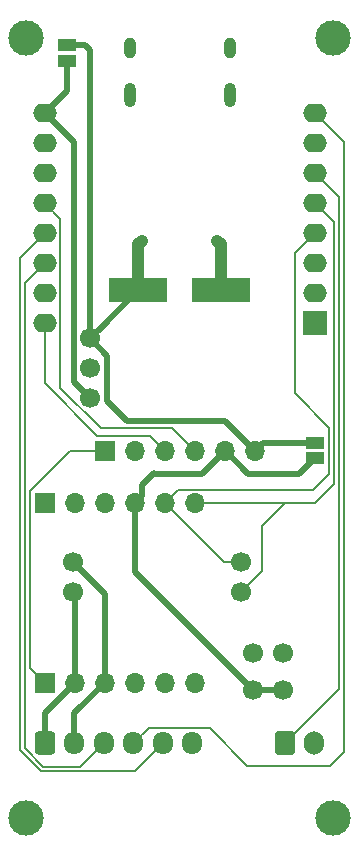
<source format=gtl>
%TF.GenerationSoftware,KiCad,Pcbnew,8.0.7*%
%TF.CreationDate,2025-02-05T23:04:40+01:00*%
%TF.ProjectId,YADCMCB,59414443-4d43-4422-9e6b-696361645f70,rev?*%
%TF.SameCoordinates,Original*%
%TF.FileFunction,Copper,L1,Top*%
%TF.FilePolarity,Positive*%
%FSLAX46Y46*%
G04 Gerber Fmt 4.6, Leading zero omitted, Abs format (unit mm)*
G04 Created by KiCad (PCBNEW 8.0.7) date 2025-02-05 23:04:40*
%MOMM*%
%LPD*%
G01*
G04 APERTURE LIST*
G04 Aperture macros list*
%AMRoundRect*
0 Rectangle with rounded corners*
0 $1 Rounding radius*
0 $2 $3 $4 $5 $6 $7 $8 $9 X,Y pos of 4 corners*
0 Add a 4 corners polygon primitive as box body*
4,1,4,$2,$3,$4,$5,$6,$7,$8,$9,$2,$3,0*
0 Add four circle primitives for the rounded corners*
1,1,$1+$1,$2,$3*
1,1,$1+$1,$4,$5*
1,1,$1+$1,$6,$7*
1,1,$1+$1,$8,$9*
0 Add four rect primitives between the rounded corners*
20,1,$1+$1,$2,$3,$4,$5,0*
20,1,$1+$1,$4,$5,$6,$7,0*
20,1,$1+$1,$6,$7,$8,$9,0*
20,1,$1+$1,$8,$9,$2,$3,0*%
G04 Aperture macros list end*
%TA.AperFunction,SMDPad,CuDef*%
%ADD10R,1.500000X1.000000*%
%TD*%
%TA.AperFunction,SMDPad,CuDef*%
%ADD11R,5.000000X2.000000*%
%TD*%
%TA.AperFunction,ComponentPad*%
%ADD12O,1.000000X1.800000*%
%TD*%
%TA.AperFunction,ComponentPad*%
%ADD13O,1.000000X2.100000*%
%TD*%
%TA.AperFunction,ComponentPad*%
%ADD14RoundRect,0.250000X-0.600000X-0.750000X0.600000X-0.750000X0.600000X0.750000X-0.600000X0.750000X0*%
%TD*%
%TA.AperFunction,ComponentPad*%
%ADD15O,1.700000X2.000000*%
%TD*%
%TA.AperFunction,ComponentPad*%
%ADD16RoundRect,0.250000X-0.600000X-0.725000X0.600000X-0.725000X0.600000X0.725000X-0.600000X0.725000X0*%
%TD*%
%TA.AperFunction,ComponentPad*%
%ADD17O,1.700000X1.950000*%
%TD*%
%TA.AperFunction,ComponentPad*%
%ADD18R,1.700000X1.700000*%
%TD*%
%TA.AperFunction,ComponentPad*%
%ADD19O,1.700000X1.700000*%
%TD*%
%TA.AperFunction,ComponentPad*%
%ADD20C,1.700000*%
%TD*%
%TA.AperFunction,ComponentPad*%
%ADD21R,2.000000X2.000000*%
%TD*%
%TA.AperFunction,ComponentPad*%
%ADD22O,2.000000X1.600000*%
%TD*%
%TA.AperFunction,ViaPad*%
%ADD23C,3.000000*%
%TD*%
%TA.AperFunction,ViaPad*%
%ADD24C,0.600000*%
%TD*%
%TA.AperFunction,Conductor*%
%ADD25C,0.200000*%
%TD*%
%TA.AperFunction,Conductor*%
%ADD26C,0.500000*%
%TD*%
%TA.AperFunction,Conductor*%
%ADD27C,1.000000*%
%TD*%
G04 APERTURE END LIST*
D10*
%TO.P,JP2,1,A*%
%TO.N,/Vhbridge*%
X27940000Y-36830000D03*
%TO.P,JP2,2,B*%
%TO.N,VUSB*%
X27940000Y-35530000D03*
%TD*%
%TO.P,JP1,1,A*%
%TO.N,VUSB*%
X6985000Y-1890000D03*
%TO.P,JP1,2,B*%
%TO.N,+5V*%
X6985000Y-3190000D03*
%TD*%
D11*
%TO.P,U3,1,Vcc*%
%TO.N,VUSB*%
X13010000Y-22590000D03*
D12*
%TO.P,U3,2,GND*%
%TO.N,GND*%
X12260000Y-2090000D03*
D13*
X12260000Y-6090000D03*
D11*
X20010000Y-22590000D03*
D12*
X20760000Y-2090000D03*
D13*
X20760000Y-6090000D03*
%TD*%
D14*
%TO.P,J4,1,Pin_1*%
%TO.N,/SW*%
X25400000Y-60960000D03*
D15*
%TO.P,J4,2,Pin_2*%
%TO.N,GND*%
X27900000Y-60960000D03*
%TD*%
D16*
%TO.P,J5,1,Pin_1*%
%TO.N,/OUT1*%
X5080000Y-60960000D03*
D17*
%TO.P,J5,2,Pin_2*%
%TO.N,/OUT2*%
X7580000Y-60960000D03*
%TO.P,J5,3,Pin_3*%
%TO.N,/SPD1*%
X10080000Y-60960000D03*
%TO.P,J5,4,Pin_4*%
%TO.N,+3.3V*%
X12580000Y-60960000D03*
%TO.P,J5,5,Pin_5*%
%TO.N,/SPD2*%
X15080000Y-60960000D03*
%TO.P,J5,6,Pin_6*%
%TO.N,GND*%
X17580000Y-60960000D03*
%TD*%
D18*
%TO.P,J2,1,Pin_1*%
%TO.N,unconnected-(J2-Pin_1-Pad1)*%
X5080000Y-40640000D03*
D19*
%TO.P,J2,2,Pin_2*%
%TO.N,unconnected-(J2-Pin_2-Pad2)*%
X7620000Y-40640000D03*
%TO.P,J2,3,Pin_3*%
%TO.N,GND*%
X10160000Y-40640000D03*
%TO.P,J2,4,Pin_4*%
%TO.N,/Vhbridge*%
X12700000Y-40640000D03*
%TO.P,J2,5,Pin_5*%
%TO.N,/IN2*%
X15240000Y-40640000D03*
%TO.P,J2,6,Pin_6*%
%TO.N,/IN1*%
X17780000Y-40640000D03*
%TD*%
D18*
%TO.P,J3,1,Pin_1*%
%TO.N,+3.3V*%
X10160000Y-36195000D03*
D19*
%TO.P,J3,2,Pin_2*%
%TO.N,GND*%
X12700000Y-36195000D03*
%TO.P,J3,3,Pin_3*%
%TO.N,/SCL*%
X15240000Y-36195000D03*
%TO.P,J3,4,Pin_4*%
%TO.N,/SDA*%
X17780000Y-36195000D03*
%TO.P,J3,5,Pin_5*%
%TO.N,/Vhbridge*%
X20320000Y-36195000D03*
%TO.P,J3,6,Pin_6*%
%TO.N,VUSB*%
X22860000Y-36195000D03*
%TD*%
D20*
%TO.P,U2,1,Vcc*%
%TO.N,/Vhbridge*%
X22665000Y-56440000D03*
X25205000Y-56440000D03*
%TO.P,U2,2,GND*%
%TO.N,GND*%
X22665000Y-53340000D03*
X25205000Y-53340000D03*
%TO.P,U2,3,INA1*%
%TO.N,/IN1*%
X21705000Y-48185000D03*
%TO.P,U2,4,INA2*%
%TO.N,/IN2*%
X21705000Y-45645000D03*
%TO.P,U2,7,OUTA1*%
%TO.N,/OUT1*%
X7505000Y-48185000D03*
%TO.P,U2,8,OUTA2*%
%TO.N,/OUT2*%
X7505000Y-45645000D03*
%TD*%
D21*
%TO.P,U1,1,~{RST}*%
%TO.N,unconnected-(U1-~{RST}-Pad1)*%
X27940000Y-25400000D03*
D22*
%TO.P,U1,2,A0*%
%TO.N,unconnected-(U1-A0-Pad2)*%
X27940000Y-22860000D03*
%TO.P,U1,3,D0*%
%TO.N,unconnected-(U1-D0-Pad3)*%
X27940000Y-20320000D03*
%TO.P,U1,4,SCK/D5*%
%TO.N,/IN2*%
X27940000Y-17780000D03*
%TO.P,U1,5,MISO/D6*%
%TO.N,/IN1*%
X27940000Y-15240000D03*
%TO.P,U1,6,MOSI/D7*%
%TO.N,/SW*%
X27940000Y-12700000D03*
%TO.P,U1,7,CS/D8*%
%TO.N,unconnected-(U1-CS{slash}D8-Pad7)*%
X27940000Y-10160000D03*
%TO.P,U1,8,3V3*%
%TO.N,+3.3V*%
X27940000Y-7620000D03*
%TO.P,U1,9,5V*%
%TO.N,+5V*%
X5080000Y-7620000D03*
%TO.P,U1,10,GND*%
%TO.N,GND*%
X5080000Y-10160000D03*
%TO.P,U1,11,D4*%
%TO.N,unconnected-(U1-D4-Pad11)*%
X5080000Y-12700000D03*
%TO.P,U1,12,D3*%
%TO.N,/SDA*%
X5080000Y-15240000D03*
%TO.P,U1,13,SDA/D2*%
%TO.N,/SPD2*%
X5080000Y-17780000D03*
%TO.P,U1,14,SCL/D1*%
%TO.N,/SPD1*%
X5080000Y-20320000D03*
%TO.P,U1,15,RX*%
%TO.N,unconnected-(U1-RX-Pad15)*%
X5080000Y-22860000D03*
%TO.P,U1,16,TX*%
%TO.N,/SCL*%
X5080000Y-25400000D03*
%TD*%
D20*
%TO.P,U4,1,Vin*%
%TO.N,VUSB*%
X8890000Y-26670000D03*
%TO.P,U4,2,GND*%
%TO.N,GND*%
X8890000Y-29210000D03*
%TO.P,U4,3,Vout*%
%TO.N,+5V*%
X8890000Y-31750000D03*
%TD*%
D18*
%TO.P,J1,1,Pin_1*%
%TO.N,+3.3V*%
X5080000Y-55880000D03*
D19*
%TO.P,J1,2,Pin_2*%
%TO.N,/OUT1*%
X7620000Y-55880000D03*
%TO.P,J1,3,Pin_3*%
%TO.N,/OUT2*%
X10160000Y-55880000D03*
%TO.P,J1,4,Pin_4*%
%TO.N,unconnected-(J1-Pin_4-Pad4)*%
X12700000Y-55880000D03*
%TO.P,J1,5,Pin_5*%
%TO.N,unconnected-(J1-Pin_5-Pad5)*%
X15240000Y-55880000D03*
%TO.P,J1,6,Pin_6*%
%TO.N,unconnected-(J1-Pin_6-Pad6)*%
X17780000Y-55880000D03*
%TD*%
D23*
%TO.N,GND*%
X3510000Y-67290000D03*
D24*
X19685000Y-18415000D03*
D23*
X29510000Y-67290000D03*
X3510000Y-1290000D03*
X29510000Y-1290000D03*
D24*
%TO.N,VUSB*%
X13335000Y-18415000D03*
%TD*%
D25*
%TO.N,+3.3V*%
X13858200Y-59681800D02*
X19041800Y-59681800D01*
X30371400Y-61703600D02*
X30371400Y-10051400D01*
X29210000Y-62865000D02*
X30371400Y-61703600D01*
X19041800Y-59681800D02*
X22225000Y-62865000D01*
X7218600Y-36195000D02*
X10160000Y-36195000D01*
X3818200Y-39595400D02*
X7218600Y-36195000D01*
X12580000Y-60960000D02*
X13858200Y-59681800D01*
X5080000Y-55880000D02*
X3818200Y-54618200D01*
X30371400Y-10051400D02*
X27940000Y-7620000D01*
X3818200Y-54618200D02*
X3818200Y-39595400D01*
X22225000Y-62865000D02*
X29210000Y-62865000D01*
D26*
%TO.N,/OUT1*%
X7620000Y-48300000D02*
X7620000Y-55880000D01*
X7505000Y-48185000D02*
X7620000Y-48300000D01*
X7620000Y-55880000D02*
X5080000Y-58420000D01*
X5080000Y-58420000D02*
X5080000Y-60960000D01*
%TO.N,/OUT2*%
X10160000Y-55880000D02*
X10160000Y-48300000D01*
X10160000Y-55840000D02*
X7580000Y-58420000D01*
X7580000Y-58420000D02*
X7580000Y-60960000D01*
X10160000Y-48300000D02*
X7505000Y-45645000D01*
D25*
%TO.N,/IN1*%
X27940000Y-40640000D02*
X17780000Y-40640000D01*
X21705000Y-48185000D02*
X23495000Y-46395000D01*
X27940000Y-15240000D02*
X29565000Y-16865000D01*
X25391189Y-40640000D02*
X17780000Y-40640000D01*
X29565000Y-16865000D02*
X29565000Y-39015000D01*
X23495000Y-42536189D02*
X25391189Y-40640000D01*
X23495000Y-46395000D02*
X23495000Y-42536189D01*
X29565000Y-39015000D02*
X27940000Y-40640000D01*
%TO.N,/IN2*%
X20245000Y-45645000D02*
X21705000Y-45645000D01*
X15240000Y-40640000D02*
X16393200Y-39486800D01*
X29161800Y-34241800D02*
X26275000Y-31355000D01*
X26275000Y-31355000D02*
X26275000Y-19445000D01*
X16393200Y-39486800D02*
X27823200Y-39486800D01*
X15240000Y-40640000D02*
X20245000Y-45645000D01*
X26275000Y-19445000D02*
X27940000Y-17780000D01*
X27823200Y-39486800D02*
X29161800Y-38148200D01*
X29161800Y-38148200D02*
X29161800Y-34241800D01*
D27*
%TO.N,GND*%
X20010000Y-18740000D02*
X19685000Y-18415000D01*
X20010000Y-22590000D02*
X20010000Y-18740000D01*
D25*
%TO.N,/SW*%
X29968200Y-14728200D02*
X29968200Y-56391800D01*
X29968200Y-56391800D02*
X25400000Y-60960000D01*
X27940000Y-12700000D02*
X29968200Y-14728200D01*
%TO.N,/SPD1*%
X8100000Y-62940000D02*
X10080000Y-60960000D01*
X4945730Y-62940000D02*
X8100000Y-62940000D01*
X3415000Y-61409270D02*
X4945730Y-62940000D01*
X3415000Y-58495000D02*
X3415000Y-21985000D01*
X3415000Y-58495000D02*
X3415000Y-61409270D01*
X3415000Y-21985000D02*
X5080000Y-20320000D01*
%TO.N,/SPD2*%
X4778719Y-63343200D02*
X3011800Y-61576281D01*
X12696800Y-63343200D02*
X4778719Y-63343200D01*
X3011800Y-61576281D02*
X3011800Y-19848200D01*
X15080000Y-60960000D02*
X12696800Y-63343200D01*
X3011800Y-19848200D02*
X5080000Y-17780000D01*
D26*
%TO.N,+5V*%
X7551800Y-30411800D02*
X7551800Y-10091800D01*
X7551800Y-10091800D02*
X5080000Y-7620000D01*
X8890000Y-31750000D02*
X7551800Y-30411800D01*
X6985000Y-5715000D02*
X5080000Y-7620000D01*
X6985000Y-3190000D02*
X6985000Y-5715000D01*
%TO.N,VUSB*%
X8890000Y-26670000D02*
X9525000Y-26035000D01*
X27940000Y-35530000D02*
X23525000Y-35530000D01*
X10372018Y-28152018D02*
X8890000Y-26670000D01*
X8476400Y-1890000D02*
X8890000Y-2303600D01*
X12065000Y-33655000D02*
X10372018Y-31962018D01*
X8890000Y-2303600D02*
X8890000Y-26670000D01*
X9525000Y-26035000D02*
X9565000Y-26035000D01*
D27*
X13010000Y-18740000D02*
X13335000Y-18415000D01*
X13010000Y-22590000D02*
X13010000Y-18740000D01*
D26*
X22860000Y-36195000D02*
X20320000Y-33655000D01*
X7620000Y-1890000D02*
X8476400Y-1890000D01*
X23525000Y-35530000D02*
X22860000Y-36195000D01*
X9565000Y-26035000D02*
X13010000Y-22590000D01*
X10372018Y-31962018D02*
X10372018Y-28152018D01*
X20320000Y-33655000D02*
X12065000Y-33655000D01*
%TO.N,/Vhbridge*%
X20320000Y-36195000D02*
X20381996Y-36195000D01*
X22665000Y-56440000D02*
X12700000Y-46475000D01*
X12700000Y-40640000D02*
X13335000Y-40005000D01*
X20381996Y-36195000D02*
X22320196Y-38133200D01*
X13335000Y-40005000D02*
X13335000Y-39083498D01*
X18381800Y-38133200D02*
X20320000Y-36195000D01*
X12700000Y-46475000D02*
X12700000Y-40640000D01*
X25205000Y-56440000D02*
X22665000Y-56440000D01*
X14351698Y-38133200D02*
X18381800Y-38133200D01*
X13335000Y-39083498D02*
X14318498Y-38100000D01*
X22320196Y-38133200D02*
X26636800Y-38133200D01*
X14318498Y-38100000D02*
X14351698Y-38133200D01*
X26636800Y-38133200D02*
X27940000Y-36830000D01*
D25*
%TO.N,/SDA*%
X15875000Y-34290000D02*
X9799128Y-34290000D01*
X9799128Y-34290000D02*
X6383200Y-30874072D01*
X6383200Y-16543200D02*
X5080000Y-15240000D01*
X6383200Y-30874072D02*
X6383200Y-16543200D01*
X17780000Y-36195000D02*
X15875000Y-34290000D01*
%TO.N,/SCL*%
X13970000Y-34925000D02*
X9525000Y-34925000D01*
X9525000Y-34925000D02*
X5080000Y-30480000D01*
X15240000Y-36195000D02*
X13970000Y-34925000D01*
X5080000Y-30480000D02*
X5080000Y-25400000D01*
%TD*%
M02*

</source>
